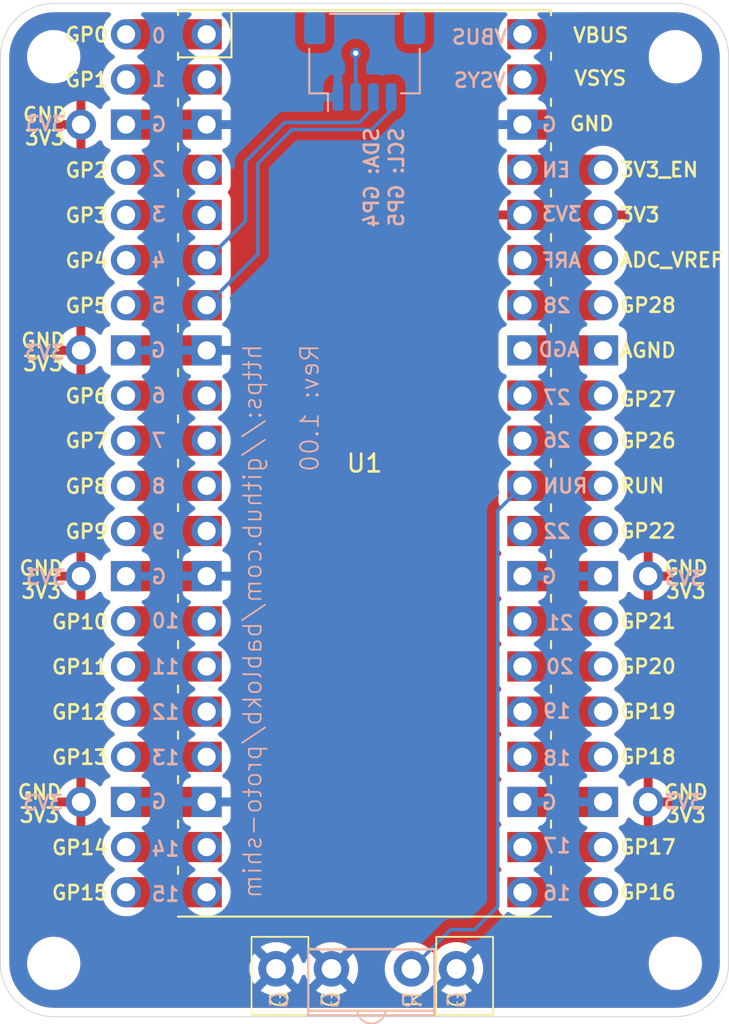
<source format=kicad_pcb>
(kicad_pcb (version 20221018) (generator pcbnew)
  (layers (0 "F.Cu" signal) (31 "B.Cu" signal) (34 "B.Paste" user) (35 "F.Paste" user) (36 "B.SilkS" user "B.Silkscreen") (37 "F.SilkS" user "F.Silkscreen") (38 "B.Mask" user) (39 "F.Mask" user) (44 "Edge.Cuts" user))
  (net 0 "")
  (net 1 "/SCL")
  (net 2 "/SDA")
  (net 3 "/3V3")
  (net 4 "GND")
  (net 5 "/RUN")
  (footprint "MountingHole:MountingHole_2.5mm" (layer "F.Cu") (at 188 103)
    (fp_text reference "H3" hide)
    (fp_text value "MountingHole" hide)
    (pad "" np_thru_hole circle (at 0 0) (size 2.5 2.5) (drill 2.5) (layers "*.Cu" "*.Mask"))
  )
  (footprint "MountingHole:MountingHole_2.5mm" (layer "F.Cu") (at 153 154)
    (fp_text reference "H2" hide)
    (fp_text value "MountingHole" hide)
    (pad "" np_thru_hole circle (at 0 0) (size 2.5 2.5) (drill 2.5) (layers "*.Cu" "*.Mask"))
  )
  (footprint "user:SW_PUSH_1x_6mm" (layer "F.Cu") (at 168.6375 154.308846 90)
    (fp_text reference "SW1" hide)
    (fp_text value "SW_RST" hide)
    (fp_line (start -2.624332 -1.31) (end 1.075668 -1.31) (stroke (width 0.12)) (layer "B.SilkS"))
    (fp_line (start -2.624332 5.79) (end -2.624332 -1.31) (stroke (width 0.12)) (layer "B.SilkS"))
    (fp_line (start -2.36 5.79) (end -2.36 -1.31) (stroke (width 0.12)) (layer "B.SilkS"))
    (fp_line (start 1.075668 5.79) (end -2.624332 5.79) (stroke (width 0.12)) (layer "B.SilkS"))
    (fp_line (start 1.085668 5.79) (end 1.085668 -1.31) (stroke (width 0.12)) (layer "B.SilkS"))
    (fp_arc (start -2.404332 3.041308) (mid -3.08227 2.256634) (end -2.42 1.458691) (stroke (width 0.1)) (layer "B.SilkS"))
    (fp_line (start -2.6 -1.3) (end -2.6 5.8) (stroke (width 0.12)) (layer "F.SilkS"))
    (fp_line (start -2.6 5.8) (end 1.1 5.8) (stroke (width 0.12)) (layer "F.SilkS"))
    (fp_line (start -2.335668 -1.3) (end -2.335668 5.8) (stroke (width 0.12)) (layer "F.SilkS"))
    (fp_line (start 1.1 -1.3) (end -2.6 -1.3) (stroke (width 0.12)) (layer "F.SilkS"))
    (fp_line (start 1.11 -1.3) (end 1.11 5.8) (stroke (width 0.12)) (layer "F.SilkS"))
    (fp_rect (start -2.6 -1.3) (end 1.8 -4.5) (stroke (width 0.1)) (fill none) (layer "F.SilkS"))
    (fp_rect (start -2.6 9.1) (end 1.8 5.9) (stroke (width 0.1)) (fill none) (layer "F.SilkS"))
    (fp_arc (start -2.395668 3.041308) (mid -3.057938 2.243365) (end -2.38 1.458691) (stroke (width 0.1)) (layer "F.SilkS"))
    (pad "1" thru_hole circle (at 0 -3.12 180) (size 2 2) (drill 1.1) (layers "*.Cu" "*.Mask") (net 4 "GND"))
    (pad "1" thru_hole circle (at 0 0 180) (size 2 2) (drill 1.1) (layers "*.Cu" "*.Mask") (net 4 "GND"))
    (pad "1" thru_hole circle (at 0 7.04 180) (size 2 2) (drill 1.1) (layers "*.Cu" "*.Mask") (net 4 "GND"))
    (pad "2" thru_hole circle (at 0 4.5 180) (size 2 2) (drill 1.1) (layers "*.Cu" "*.Mask") (net 5 "/RUN"))
  )
  (footprint "MountingHole:MountingHole_2.5mm" (layer "F.Cu") (at 188 154)
    (fp_text reference "H4" hide)
    (fp_text value "MountingHole" hide)
    (pad "" np_thru_hole circle (at 0 0) (size 2.5 2.5) (drill 2.5) (layers "*.Cu" "*.Mask"))
  )
  (footprint "MountingHole:MountingHole_2.5mm" (layer "F.Cu") (at 153 103)
    (fp_text reference "H1" hide)
    (fp_text value "MountingHole" hide)
    (pad "" np_thru_hole circle (at 0 0) (size 2.5 2.5) (drill 2.5) (layers "*.Cu" "*.Mask"))
  )
  (footprint "user:RPi_Pico_SMD_TH_extended" (layer "F.Cu") (at 170.5 125.87)
    (fp_text reference "U1" (at 0 0) (layer "F.SilkS"))
    (fp_text value "Pico_nodbg" hide)
    (fp_text user "3" (at -11.590953 -14) (layer "B.SilkS") (effects (font (size 0.8 0.8)) (justify mirror)))
    (fp_text user "9" (at -11.590953 3.86) (layer "B.SilkS") (effects (font (size 0.8 0.8)) (justify mirror)))
    (fp_text user "27" (at 10.83 -3.7) (layer "B.SilkS") (effects (font (size 0.8 0.8)) (justify mirror)))
    (fp_text user "2" (at -11.590953 -16.55) (layer "B.SilkS") (effects (font (size 0.8 0.8)) (justify mirror)))
    (fp_text user "13" (at -11.21 16.56) (layer "B.SilkS") (effects (font (size 0.8 0.8)) (justify mirror)))
    (fp_text user "G" (at 10.405238 6.36) (layer "B.SilkS") (effects (font (size 0.8 0.8)) (justify mirror)))
    (fp_text user "3V3" (at 18.02 6.48) (layer "B.SilkS") (effects (font (size 0.8 0.8)) (justify mirror)))
    (fp_text user "3V3" (at -18.1 19.1) (layer "B.SilkS") (effects (font (size 0.8 0.8)) (justify mirror)))
    (fp_text user "1" (at -11.590953 -21.6) (layer "B.SilkS") (effects (font (size 0.8 0.8)) (justify mirror)))
    (fp_text user "3V3" (at -18.01 -6.23) (layer "B.SilkS") (effects (font (size 0.8 0.8)) (justify mirror)))
    (fp_text user "3V3" (at -17.96 -19.08) (layer "B.SilkS") (effects (font (size 0.8 0.8)) (justify mirror)))
    (fp_text user "G" (at -11.61 -6.36) (layer "B.SilkS") (effects (font (size 0.8 0.8)) (justify mirror)))
    (fp_text user "G" (at -11.571905 -19.06) (layer "B.SilkS") (effects (font (size 0.8 0.8)) (justify mirror)))
    (fp_text user "19" (at 10.83 13.94) (layer "B.SilkS") (effects (font (size 0.8 0.8)) (justify mirror)))
    (fp_text user "8" (at -11.590953 1.29) (layer "B.SilkS") (effects (font (size 0.8 0.8)) (justify mirror)))
    (fp_text user "3V3" (at -17.94 6.42) (layer "B.SilkS") (effects (font (size 0.8 0.8)) (justify mirror)))
    (fp_text user "G" (at -11.571905 19.03) (layer "B.SilkS") (effects (font (size 0.8 0.8)) (justify mirror)))
    (fp_text user "20" (at 11 11.44) (layer "B.SilkS") (effects (font (size 0.8 0.8)) (justify mirror)))
    (fp_text user "17" (at 10.83 21.52) (layer "B.SilkS") (effects (font (size 0.8 0.8)) (justify mirror)))
    (fp_text user "16" (at 10.83 24.18) (layer "B.SilkS") (effects (font (size 0.8 0.8)) (justify mirror)))
    (fp_text user "G" (at -11.571905 6.38) (layer "B.SilkS") (effects (font (size 0.8 0.8)) (justify mirror)))
    (fp_text user "3V3" (at 17.96 19.05) (layer "B.SilkS") (effects (font (size 0.8 0.8)) (justify mirror)))
    (fp_text user "0" (at -11.590953 -24.04) (layer "B.SilkS") (effects (font (size 0.8 0.8)) (justify mirror)))
    (fp_text user "RUN" (at 11.30619 1.28) (layer "B.SilkS") (effects (font (size 0.8 0.8)) (justify mirror)))
    (fp_text user "12" (at -11.21 14) (layer "B.SilkS") (effects (font (size 0.8 0.8)) (justify mirror)))
    (fp_text user "5" (at -11.590953 -8.89) (layer "B.SilkS") (effects (font (size 0.8 0.8)) (justify mirror)))
    (fp_text user "VSYS" (at 6.49 -21.54) (layer "B.SilkS") (effects (font (size 0.8 0.8)) (justify mirror)))
    (fp_text user "22" (at 10.83 3.83) (layer "B.SilkS") (effects (font (size 0.8 0.8)) (justify mirror)))
    (fp_text user "18" (at 10.83 16.59) (layer "B.SilkS") (effects (font (size 0.8 0.8)) (justify mirror)))
    (fp_text user "VBUS" (at 6.47 -23.97) (layer "B.SilkS") (effects (font (size 0.8 0.8)) (justify mirror)))
    (fp_text user "14" (at -11.21 21.7) (layer "B.SilkS") (effects (font (size 0.8 0.8)) (justify mirror)))
    (fp_text user "EN" (at 10.78619 -16.5) (layer "B.SilkS") (effects (font (size 0.8 0.8)) (justify mirror)))
    (fp_text user "AGD" (at 10.95 -6.39) (layer "B.SilkS") (effects (font (size 0.8 0.8)) (justify mirror)))
    (fp_text user "10" (at -11.21 8.86) (layer "B.SilkS") (effects (font (size 0.8 0.8)) (justify mirror)))
    (fp_text user "26" (at 10.83 -1.3) (layer "B.SilkS") (effects (font (size 0.8 0.8)) (justify mirror)))
    (fp_text user "7" (at -11.590953 -1.27) (layer "B.SilkS") (effects (font (size 0.8 0.8)) (justify mirror)))
    (fp_text user "11" (at -11.21 11.45) (layer "B.SilkS") (effects (font (size 0.8 0.8)) (justify mirror)))
    (fp_text user "21" (at 11 8.98) (layer "B.SilkS") (effects (font (size 0.8 0.8)) (justify mirror)))
    (fp_text user "3V3" (at 11.11 -14.02) (layer "B.SilkS") (effects (font (size 0.8 0.8)) (justify mirror)))
    (fp_text user "4" (at -11.590953 -11.42) (layer "B.SilkS") (effects (font (size 0.8 0.8)) (justify mirror)))
    (fp_text user "G" (at 10.405238 -19.05) (layer "B.SilkS") (effects (font (size 0.8 0.8)) (justify mirror)))
    (fp_text user "6" (at -11.590953 -3.81) (layer "B.SilkS") (effects (font (size 0.8 0.8)) (justify mirror)))
    (fp_text user "28" (at 10.83 -8.87) (layer "B.SilkS") (effects (font (size 0.8 0.8)) (justify mirror)))
    (fp_text user "15" (at -11.21 24.24) (layer "B.SilkS") (effects (font (size 0.8 0.8)) (justify mirror)))
    (fp_text user "G" (at 10.405238 19.08) (layer "B.SilkS") (effects (font (size 0.8 0.8)) (justify mirror)))
    (fp_text user "ARF" (at 11.090952 -11.41) (layer "B.SilkS") (effects (font (size 0.8 0.8)) (justify mirror)))
    (fp_text user "GP21" (at 15.954 8.89) (layer "F.SilkS") (effects (font (size 0.8 0.8))))
    (fp_text user "GP17" (at 15.954 21.59) (layer "F.SilkS") (effects (font (size 0.8 0.8))))
    (fp_text user "GND" (at 18.1 5.9) (layer "F.SilkS") (effects (font (size 0.8 0.8))))
    (fp_text user "GP0" (at -15.646 -24.1) (layer "F.SilkS") (effects (font (size 0.8 0.8))))
    (fp_text user "GP5" (at -15.646 -8.86) (layer "F.SilkS") (effects (font (size 0.8 0.8))))
    (fp_text user "3V3" (at -18.3 19.8) (layer "F.SilkS") (effects (font (size 0.8 0.8))))
    (fp_text user "VBUS" (at 13.3 -24.08) (layer "F.SilkS") (effects (font (size 0.8 0.8))))
    (fp_text user "GP18" (at 15.954 16.51) (layer "F.SilkS") (effects (font (size 0.8 0.8))))
    (fp_text user "GP11" (at -16.026952 11.46) (layer "F.SilkS") (effects (font (size 0.8 0.8))))
    (fp_text user "GP3" (at -15.646 -13.94) (layer "F.SilkS") (effects (font (size 0.8 0.8))))
    (fp_text user "GP6" (at -15.646 -3.78) (layer "F.SilkS") (effects (font (size 0.8 0.8))))
    (fp_text user "3V3" (at -18.2 7.2) (layer "F.SilkS") (effects (font (size 0.8 0.8))))
    (fp_text user "GP7" (at -15.646 -1.27) (layer "F.SilkS") (effects (font (size 0.8 0.8))))
    (fp_text user "GND" (at -18.1 -6.9) (layer "F.SilkS") (effects (font (size 0.8 0.8))))
    (fp_text user "GP1" (at -15.646 -21.57) (layer "F.SilkS") (effects (font (size 0.8 0.8))))
    (fp_text user "3V3" (at 18.1 7.2) (layer "F.SilkS") (effects (font (size 0.8 0.8))))
    (fp_text user "GP14" (at -16.026952 21.62) (layer "F.SilkS") (effects (font (size 0.8 0.8))))
    (fp_text user "GP13" (at -16.026952 16.54) (layer "F.SilkS") (effects (font (size 0.8 0.8))))
    (fp_text user "ADC_VREF" (at 17.287333 -11.43) (layer "F.SilkS") (effects (font (size 0.8 0.8))))
    (fp_text user "GP27" (at 15.954 -3.6) (layer "F.SilkS") (effects (font (size 0.8 0.8))))
    (fp_text user "GP15" (at -16.026952 24.16) (layer "F.SilkS") (effects (font (size 0.8 0.8))))
    (fp_text user "GP19" (at 15.954 13.97) (layer "F.SilkS") (effects (font (size 0.8 0.8))))
    (fp_text user "RUN" (at 15.63019 1.27) (layer "F.SilkS") (effects (font (size 0.8 0.8))))
    (fp_text user "GP22" (at 15.954 3.81) (layer "F.SilkS") (effects (font (size 0.8 0.8))))
    (fp_text user "3V3" (at -18.1 -5.6) (layer "F.SilkS") (effects (font (size 0.8 0.8))))
    (fp_text user "GP8" (at -15.646 1.3) (layer "F.SilkS") (effects (font (size 0.8 0.8))))
    (fp_text user "3V3_EN" (at 16.582571 -16.51) (layer "F.SilkS") (effects (font (size 0.8 0.8))))
    (fp_text user "GP9" (at -15.646 3.84) (layer "F.SilkS") (effects (font (size 0.8 0.8))))
    (fp_text user "GP26" (at 15.954 -1.27) (layer "F.SilkS") (effects (font (size 0.8 0.8))))
    (fp_text user "3V3" (at 18.1 19.8) (layer "F.SilkS") (effects (font (size 0.8 0.8))))
    (fp_text user "GP20" (at 15.954 11.43) (layer "F.SilkS") (effects (font (size 0.8 0.8))))
    (fp_text user "3V3" (at 15.496857 -13.97) (layer "F.SilkS") (effects (font (size 0.8 0.8))))
    (fp_text user "GP16" (at 15.954 24.13) (layer "F.SilkS") (effects (font (size 0.8 0.8))))
    (fp_text user "GND" (at 12.8 -19.1) (layer "F.SilkS") (effects (font (size 0.8 0.8))))
    (fp_text user "GND" (at -18.2 5.9) (layer "F.SilkS") (effects (font (size 0.8 0.8))))
    (fp_text user "GP28" (at 15.954 -8.89) (layer "F.SilkS") (effects (font (size 0.8 0.8))))
    (fp_text user "GP10" (at -16.026952 8.92) (layer "F.SilkS") (effects (font (size 0.8 0.8))))
    (fp_text user "3V3" (at -18 -18.3) (layer "F.SilkS") (effects (font (size 0.8 0.8))))
    (fp_text user "GP12" (at -16.026952 14) (layer "F.SilkS") (effects (font (size 0.8 0.8))))
    (fp_text user "GND" (at -18 -19.6) (layer "F.SilkS") (effects (font (size 0.8 0.8))))
    (fp_text user "AGND" (at 15.954 -6.35) (layer "F.SilkS") (effects (font (size 0.8 0.8))))
    (fp_text user "GND" (at -18.3 18.5) (layer "F.SilkS") (effects (font (size 0.8 0.8))))
    (fp_text user "GP4" (at -15.646 -11.4) (layer "F.SilkS") (effects (font (size 0.8 0.8))))
    (fp_text user "GP2" (at -15.646 -16.48) (layer "F.SilkS") (effects (font (size 0.8 0.8))))
    (fp_text user "VSYS" (at 13.28 -21.66) (layer "F.SilkS") (effects (font (size 0.8 0.8))))
    (fp_text user "GND" (at 18.1 18.5) (layer "F.SilkS") (effects (font (size 0.8 0.8))))
    (fp_line (start -10.5 -25.5) (end -10.5 -25.2) (stroke (width 0.12)) (layer "F.SilkS"))
    (fp_line (start -10.5 -25.5) (end 10.5 -25.5) (stroke (width 0.12)) (layer "F.SilkS"))
    (fp_line (start -10.5 -23.1) (end -10.5 -22.7) (stroke (width 0.12)) (layer "F.SilkS"))
    (fp_line (start -10.5 -22.833) (end -7.493 -22.833) (stroke (width 0.12)) (layer "F.SilkS"))
    (fp_line (start -10.5 -20.5) (end -10.5 -20.1) (stroke (width 0.12)) (layer "F.SilkS"))
    (fp_line (start -10.5 -18) (end -10.5 -17.6) (stroke (width 0.12)) (layer "F.SilkS"))
    (fp_line (start -10.5 -15.4) (end -10.5 -15) (stroke (width 0.12)) (layer "F.SilkS"))
    (fp_line (start -10.5 -12.9) (end -10.5 -12.5) (stroke (width 0.12)) (layer "F.SilkS"))
    (fp_line (start -10.5 -10.4) (end -10.5 -10) (stroke (width 0.12)) (layer "F.SilkS"))
    (fp_line (start -10.5 -7.8) (end -10.5 -7.4) (stroke (width 0.12)) (layer "F.SilkS"))
    (fp_line (start -10.5 -5.3) (end -10.5 -4.9) (stroke (width 0.12)) (layer "F.SilkS"))
    (fp_line (start -10.5 -2.7) (end -10.5 -2.3) (stroke (width 0.12)) (layer "F.SilkS"))
    (fp_line (start -10.5 -0.2) (end -10.5 0.2) (stroke (width 0.12)) (layer "F.SilkS"))
    (fp_line (start -10.5 2.3) (end -10.5 2.7) (stroke (width 0.12)) (layer "F.SilkS"))
    (fp_line (start -10.5 4.9) (end -10.5 5.3) (stroke (width 0.12)) (layer "F.SilkS"))
    (fp_line (start -10.5 7.4) (end -10.5 7.8) (stroke (width 0.12)) (layer "F.SilkS"))
    (fp_line (start -10.5 10) (end -10.5 10.4) (stroke (width 0.12)) (layer "F.SilkS"))
    (fp_line (start -10.5 12.5) (end -10.5 12.9) (stroke (width 0.12)) (layer "F.SilkS"))
    (fp_line (start -10.5 15.1) (end -10.5 15.5) (stroke (width 0.12)) (layer "F.SilkS"))
    (fp_line (start -10.5 17.6) (end -10.5 18) (stroke (width 0.12)) (layer "F.SilkS"))
    (fp_line (start -10.5 20.1) (end -10.5 20.5) (stroke (width 0.12)) (layer "F.SilkS"))
    (fp_line (start -10.5 22.7) (end -10.5 23.1) (stroke (width 0.12)) (layer "F.SilkS"))
    (fp_line (start -7.493 -22.833) (end -7.493 -25.5) (stroke (width 0.12)) (layer "F.SilkS"))
    (fp_line (start 3.7 25.5) (end -10.5 25.5) (stroke (width 0.12)) (layer "F.SilkS"))
    (fp_line (start 10.5 -25.5) (end 10.5 -25.2) (stroke (width 0.12)) (layer "F.SilkS"))
    (fp_line (start 10.5 -23.1) (end 10.5 -22.7) (stroke (width 0.12)) (layer "F.SilkS"))
    (fp_line (start 10.5 -20.5) (end 10.5 -20.1) (stroke (width 0.12)) (layer "F.SilkS"))
    (fp_line (start 10.5 -18) (end 10.5 -17.6) (stroke (width 0.12)) (layer "F.SilkS"))
    (fp_line (start 10.5 -15.4) (end 10.5 -15) (stroke (width 0.12)) (layer "F.SilkS"))
    (fp_line (start 10.5 -12.9) (end 10.5 -12.5) (stroke (width 0.12)) (layer "F.SilkS"))
    (fp_line (start 10.5 -10.4) (end 10.5 -10) (stroke (width 0.12)) (layer "F.SilkS"))
    (fp_line (start 10.5 -7.8) (end 10.5 -7.4) (stroke (width 0.12)) (layer "F.SilkS"))
    (fp_line (start 10.5 -5.3) (end 10.5 -4.9) (stroke (width 0.12)) (layer "F.SilkS"))
    (fp_line (start 10.5 -2.7) (end 10.5 -2.3) (stroke (width 0.12)) (layer "F.SilkS"))
    (fp_line (start 10.5 -0.2) (end 10.5 0.2) (stroke (width 0.12)) (layer "F.SilkS"))
    (fp_line (start 10.5 2.3) (end 10.5 2.7) (stroke (width 0.12)) (layer "F.SilkS"))
    (fp_line (start 10.5 4.9) (end 10.5 5.3) (stroke (width 0.12)) (layer "F.SilkS"))
    (fp_line (start 10.5 7.4) (end 10.5 7.8) (stroke (width 0.12)) (layer "F.SilkS"))
    (fp_line (start 10.5 10) (end 10.5 10.4) (stroke (width 0.12)) (layer "F.SilkS"))
    (fp_line (start 10.5 12.5) (end 10.5 12.9) (stroke (width 0.12)) (layer "F.SilkS"))
    (fp_line (start 10.5 15.1) (end 10.5 15.5) (stroke (width 0.12)) (layer "F.SilkS"))
    (fp_line (start 10.5 17.6) (end 10.5 18) (stroke (width 0.12)) (layer "F.SilkS"))
    (fp_line (start 10.5 20.1) (end 10.5 20.5) (stroke (width 0.12)) (layer "F.SilkS"))
    (fp_line (start 10.5 22.7) (end 10.5 23.1) (stroke (width 0.12)) (layer "F.SilkS"))
    (fp_line (start 10.5 25.5) (end 3.7 25.5) (stroke (width 0.12)) (layer "F.SilkS"))
    (pad "1" thru_hole oval (at -13.43 -24.13) (size 1.7 1.7) (drill 1.02) (layers "*.Cu" "*.Mask"))
    (pad "1" thru_hole oval (at -8.89 -24.13) (size 1.7 1.7) (drill 1.02) (layers "*.Cu" "*.Mask"))
    (pad "1" smd rect (at -8.89 -24.13) (size 5.39 1.7) (drill (offset -1.845 0)) (layers "F.Cu" "F.Mask"))
    (pad "2" thru_hole oval (at -13.43 -21.59) (size 1.7 1.7) (drill 1.02) (layers "*.Cu" "*.Mask"))
    (pad "2" thru_hole oval (at -8.89 -21.59) (size 1.7 1.7) (drill 1.02) (layers "*.Cu" "*.Mask"))
    (pad "2" smd rect (at -8.89 -21.59) (size 5.39 1.7) (drill (offset -1.845 0)) (layers "F.Cu" "F.Mask"))
    (pad "3" thru_hole rect (at -13.43 -19.05) (size 1.7 1.7) (drill 1.02) (layers "*.Cu" "*.Mask") (net 4 "GND"))
    (pad "3" thru_hole rect (at -8.89 -19.05) (size 1.7 1.7) (drill 1.02) (layers "*.Cu" "*.Mask") (net 4 "GND"))
    (pad "3" smd rect (at -8.89 -19.05) (size 5.39 1.7) (drill (offset -1.845 0)) (layers "F.Cu" "F.Mask") (net 4 "GND"))
    (pad "4" thru_hole oval (at -13.43 -16.51) (size 1.7 1.7) (drill 1.02) (layers "*.Cu" "*.Mask"))
    (pad "4" thru_hole oval (at -8.89 -16.51) (size 1.7 1.7) (drill 1.02) (layers "*.Cu" "*.Mask"))
    (pad "4" smd rect (at -8.89 -16.51) (size 5.39 1.7) (drill (offset -1.845 0)) (layers "F.Cu" "F.Mask"))
    (pad "5" thru_hole oval (at -13.43 -13.97) (size 1.7 1.7) (drill 1.02) (layers "*.Cu" "*.Mask"))
    (pad "5" thru_hole oval (at -8.89 -13.97) (size 1.7 1.7) (drill 1.02) (layers "*.Cu" "*.Mask"))
    (pad "5" smd rect (at -8.89 -13.97) (size 5.39 1.7) (drill (offset -1.845 0)) (layers "F.Cu" "F.Mask"))
    (pad "6" thru_hole oval (at -13.43 -11.43) (size 1.7 1.7) (drill 1.02) (layers "*.Cu" "*.Mask") (net 2 "/SDA"))
    (pad "6" thru_hole oval (at -8.89 -11.43) (size 1.7 1.7) (drill 1.02) (layers "*.Cu" "*.Mask") (net 2 "/SDA"))
    (pad "6" smd rect (at -8.89 -11.43) (size 5.39 1.7) (drill (offset -1.845 0)) (layers "F.Cu" "F.Mask") (net 2 "/SDA"))
    (pad "7" thru_hole oval (at -13.43 -8.89) (size 1.7 1.7) (drill 1.02) (layers "*.Cu" "*.Mask") (net 1 "/SCL"))
    (pad "7" thru_hole oval (at -8.89 -8.89) (size 1.7 1.7) (drill 1.02) (layers "*.Cu" "*.Mask") (net 1 "/SCL"))
    (pad "7" smd rect (at -8.89 -8.89) (size 5.39 1.7) (drill (offset -1.845 0)) (layers "F.Cu" "F.Mask") (net 1 "/SCL"))
    (pad "8" thru_hole rect (at -13.43 -6.35) (size 1.7 1.7) (drill 1.02) (layers "*.Cu" "*.Mask") (net 4 "GND"))
    (pad "8" thru_hole rect (at -8.89 -6.35) (size 1.7 1.7) (drill 1.02) (layers "*.Cu" "*.Mask") (net 4 "GND"))
    (pad "8" smd rect (at -8.89 -6.35) (size 5.39 1.7) (drill (offset -1.845 0)) (layers "F.Cu" "F.Mask") (net 4 "GND"))
    (pad "9" thru_hole oval (at -13.43 -3.81) (size 1.7 1.7) (drill 1.02) (layers "*.Cu" "*.Mask"))
    (pad "9" thru_hole oval (at -8.89 -3.81) (size 1.7 1.7) (drill 1.02) (layers "*.Cu" "*.Mask"))
    (pad "9" smd rect (at -8.89 -3.81) (size 5.39 1.7) (drill (offset -1.845 0)) (layers "F.Cu" "F.Mask"))
    (pad "10" thru_hole oval (at -13.43 -1.27) (size 1.7 1.7) (drill 1.02) (layers "*.Cu" "*.Mask"))
    (pad "10" thru_hole oval (at -8.89 -1.27) (size 1.7 1.7) (drill 1.02) (layers "*.Cu" "*.Mask"))
    (pad "10" smd rect (at -8.89 -1.27) (size 5.39 1.7) (drill (offset -1.845 0)) (layers "F.Cu" "F.Mask"))
    (pad "11" thru_hole oval (at -13.43 1.27) (size 1.7 1.7) (drill 1.02) (layers "*.Cu" "*.Mask"))
    (pad "11" thru_hole oval (at -8.89 1.27) (size 1.7 1.7) (drill 1.02) (layers "*.Cu" "*.Mask"))
    (pad "11" smd rect (at -8.89 1.27) (size 5.39 1.7) (drill (offset -1.845 0)) (layers "F.Cu" "F.Mask"))
    (pad "12" thru_hole oval (at -13.43 3.81) (size 1.7 1.7) (drill 1.02) (layers "*.Cu" "*.Mask"))
    (pad "12" thru_hole oval (at -8.89 3.81) (size 1.7 1.7) (drill 1.02) (layers "*.Cu" "*.Mask"))
    (pad "12" smd rect (at -8.89 3.81) (size 5.39 1.7) (drill (offset -1.845 0)) (layers "F.Cu" "F.Mask"))
    (pad "13" thru_hole rect (at -13.43 6.35) (size 1.7 1.7) (drill 1.02) (layers "*.Cu" "*.Mask") (net 4 "GND"))
    (pad "13" thru_hole rect (at -8.89 6.35) (size 1.7 1.7) (drill 1.02) (layers "*.Cu" "*.Mask") (net 4 "GND"))
    (pad "13" smd rect (at -8.89 6.35) (size 5.39 1.7) (drill (offset -1.845 0)) (layers "F.Cu" "F.Mask") (net 4 "GND"))
    (pad "14" thru_hole oval (at -13.43 8.89) (size 1.7 1.7) (drill 1.02) (layers "*.Cu" "*.Mask"))
    (pad "14" thru_hole oval (at -8.89 8.89) (size 1.7 1.7) (drill 1.02) (layers "*.Cu" "*.Mask"))
    (pad "14" smd rect (at -8.89 8.89) (size 5.39 1.7) (drill (offset -1.845 0)) (layers "F.Cu" "F.Mask"))
    (pad "15" thru_hole oval (at -13.43 11.43) (size 1.7 1.7) (drill 1.02) (layers "*.Cu" "*.Mask"))
    (pad "15" thru_hole oval (at -8.89 11.43) (size 1.7 1.7) (drill 1.02) (layers "*.Cu" "*.Mask"))
    (pad "15" smd rect (at -8.89 11.43) (size 5.39 1.7) (drill (offset -1.845 0)) (layers "F.Cu" "F.Mask"))
    (pad "16" thru_hole oval (at -13.43 13.97) (size 1.7 1.7) (drill 1.02) (layers "*.Cu" "*.Mask"))
    (pad "16" thru_hole oval (at -8.89 13.97) (size 1.7 1.7) (drill 1.02) (layers "*.Cu" "*.Mask"))
    (pad "16" smd rect (at -8.89 13.97) (size 5.39 1.7) (drill (offset -1.845 0)) (layers "F.Cu" "F.Mask"))
    (pad "17" thru_hole oval (at -13.43 16.51) (size 1.7 1.7) (drill 1.02) (layers "*.Cu" "*.Mask"))
    (pad "17" thru_hole oval (at -8.89 16.51) (size 1.7 1.7) (drill 1.02) (layers "*.Cu" "*.Mask"))
    (pad "17" smd rect (at -8.89 16.51) (size 5.39 1.7) (drill (offset -1.845 0)) (layers "F.Cu" "F.Mask"))
    (pad "18" thru_hole rect (at -13.43 19.05) (size 1.7 1.7) (drill 1.02) (layers "*.Cu" "*.Mask") (net 4 "GND"))
    (pad "18" thru_hole rect (at -8.89 19.05) (size 1.7 1.7) (drill 1.02) (layers "*.Cu" "*.Mask") (net 4 "GND"))
    (pad "18" smd rect (at -8.89 19.05) (size 5.39 1.7) (drill (offset -1.845 0)) (layers "F.Cu" "F.Mask") (net 4 "GND"))
    (pad "19" thru_hole oval (at -13.43 21.59) (size 1.7 1.7) (drill 1.02) (layers "*.Cu" "*.Mask"))
    (pad "19" thru_hole oval (at -8.89 21.59) (size 1.7 1.7) (drill 1.02) (layers "*.Cu" "*.Mask"))
    (pad "19" smd rect (at -8.89 21.59) (size 5.39 1.7) (drill (offset -1.845 0)) (layers "F.Cu" "F.Mask"))
    (pad "20" thru_hole oval (at -13.43 24.13) (size 1.7 1.7) (drill 1.02) (layers "*.Cu" "*.Mask"))
    (pad "20" thru_hole oval (at -8.89 24.13) (size 1.7 1.7) (drill 1.02) (layers "*.Cu" "*.Mask"))
    (pad "20" smd rect (at -8.89 24.13) (size 5.39 1.7) (drill (offset -1.845 0)) (layers "F.Cu" "F.Mask"))
    (pad "21" thru_hole oval (at 8.89 24.13) (size 1.7 1.7) (drill 1.02) (layers "*.Cu" "*.Mask"))
    (pad "21" smd rect (at 8.89 24.13) (size 5.39 1.7) (drill (offset 1.845 0)) (layers "F.Cu" "F.Mask"))
    (pad "21" thru_hole oval (at 13.43 24.13) (size 1.7 1.7) (drill 1.02) (layers "*.Cu" "*.Mask"))
    (pad "22" thru_hole oval (at 8.89 21.59) (size 1.7 1.7) (drill 1.02) (layers "*.Cu" "*.Mask"))
    (pad "22" smd rect (at 8.89 21.59) (size 5.39 1.7) (drill (offset 1.845 0)) (layers "F.Cu" "F.Mask"))
    (pad "22" thru_hole oval (at 13.43 21.59) (size 1.7 1.7) (drill 1.02) (layers "*.Cu" "*.Mask"))
    (pad "23" thru_hole rect (at 8.89 19.05) (size 1.7 1.7) (drill 1.02) (layers "*.Cu" "*.Mask") (net 4 "GND"))
    (pad "23" smd rect (at 8.89 19.05) (size 5.39 1.7) (drill (offset 1.845 0)) (layers "F.Cu" "F.Mask") (net 4 "GND"))
    (pad "23" thru_hole rect (at 13.43 19.05) (size 1.7 1.7) (drill 1.02) (layers "*.Cu" "*.Mask") (net 4 "GND"))
    (pad "24" thru_hole oval (at 8.89 16.51) (size 1.7 1.7) (drill 1.02) (layers "*.Cu" "*.Mask"))
    (pad "24" smd rect (at 8.89 16.51) (size 5.39 1.7) (drill (offset 1.845 0)) (layers "F.Cu" "F.Mask"))
    (pad "24" thru_hole oval (at 13.43 16.51) (size 1.7 1.7) (drill 1.02) (layers "*.Cu" "*.Mask"))
    (pad "25" thru_hole oval (at 8.89 13.97) (size 1.7 1.7) (drill 1.02) (layers "*.Cu" "*.Mask"))
    (pad "25" smd rect (at 8.89 13.97) (size 5.39 1.7) (drill (offset 1.845 0)) (layers "F.Cu" "F.Mask"))
    (pad "25" thru_hole oval (at 13.43 13.97) (size 1.7 1.7) (drill 1.02) (layers "*.Cu" "*.Mask"))
    (pad "26" thru_hole oval (at 8.89 11.43) (size 1.7 1.7) (drill 1.02) (layers "*.Cu" "*.Mask"))
    (pad "26" smd rect (at 8.89 11.43) (size 5.39 1.7) (drill (offset 1.845 0)) (layers "F.Cu" "F.Mask"))
    (pad "26" thru_hole oval (at 13.43 11.43) (size 1.7 1.7) (drill 1.02) (layers "*.Cu" "*.Mask"))
    (pad "27" thru_hole oval (at 8.89 8.89) (size 1.7 1.7) (drill 1.02) (layers "*.Cu" "*.Mask"))
    (pad "27" smd rect (at 8.89 8.89) (size 5.39 1.7) (drill (offset 1.845 0)) (layers "F.Cu" "F.Mask"))
    (pad "27" thru_hole oval (at 13.43 8.89) (size 1.7 1.7) (drill 1.02) (layers "*.Cu" "*.Mask"))
    (pad "28" thru_hole rect (at 8.89 6.35) (size 1.7 1.7) (drill 1.02) (layers "*.Cu" "*.Mask") (net 4 "GND"))
    (pad "28" smd rect (at 8.89 6.35) (size 5.39 1.7) (drill (offset 1.845 0)) (layers "F.Cu" "F.Mask") (net 4 "GND"))
    (pad "28" thru_hole rect (at 13.43 6.35) (size 1.7 1.7) (drill 1.02) (layers "*.Cu" "*.Mask") (net 4 "GND"))
    (pad "29" thru_hole oval (at 8.89 3.81) (size 1.7 1.7) (drill 1.02) (layers "*.Cu" "*.Mask"))
    (pad "29" smd rect (at 8.89 3.81) (size 5.39 1.7) (drill (offset 1.845 0)) (layers "F.Cu" "F.Mask"))
    (pad "29" thru_hole oval (at 13.43 3.81) (size 1.7 1.7) (drill 1.02) (layers "*.Cu" "*.Mask"))
    (pad "30" thru_hole oval (at 8.89 1.27) (size 1.7 1.7) (drill 1.02) (layers "*.Cu" "*.Mask") (net 5 "/RUN"))
    (pad "30" smd rect (at 8.89 1.27) (size 5.39 1.7) (drill (offset 1.845 0)) (layers "F.Cu" "F.Mask") (net 5 "/RUN"))
    (pad "30" thru_hole oval (at 13.43 1.27) (size 1.7 1.7) (drill 1.02) (layers "*.Cu" "*.Mask") (net 5 "/RUN"))
    (pad "31" thru_hole oval (at 8.89 -1.27) (size 1.7 1.7) (drill 1.02) (layers "*.Cu" "*.Mask"))
    (pad "31" smd rect (at 8.89 -1.27) (size 5.39 1.7) (drill (offset 1.845 0)) (layers "F.Cu" "F.Mask"))
    (pad "31" thru_hole oval (at 13.43 -1.27) (size 1.7 1.7) (drill 1.02) (layers "*.Cu" "*.Mask"))
    (pad "32" thru_hole oval (at 8.89 -3.81) (size 1.7 1.7) (drill 1.02) (layers "*.Cu" "*.Mask"))
    (pad "32" smd rect (at 8.89 -3.81) (size 5.39 1.7) (drill (offset 1.845 0)) (layers "F.Cu" "F.Mask"))
    (pad "32" thru_hole oval (at 13.43 -3.81) (size 1.7 1.7) (drill 1.02) (layers "*.Cu" "*.Mask"))
    (pad "33" thru_hole rect (at 8.89 -6.35) (size 1.7 1.7) (drill 1.02) (layers "*.Cu" "*.Mask"))
    (pad "33" smd rect (at 8.89 -6.35) (size 5.39 1.7) (drill (offset 1.845 0)) (layers "F.Cu" "F.Mask"))
    (pad "33" thru_hole rect (at 13.43 -6.35) (size 1.7 1.7) (drill 1.02) (layers "*.Cu" "*.Mask"))
    (pad "34" thru_hole oval (at 8.89 -8.89) (size 1.7 1.7) (drill 1.02) (layers "*.Cu" "*.Mask"))
    (pad "34" smd rect (at 8.89 -8.89) (size 5.39 1.7) (drill (offset 1.845 0)) (layers "F.Cu" "F.Mask"))
    (pad "34" thru_hole oval (at 13.43 -8.89) (size 1.7 1.7) (drill 1.02) (layers "*.Cu" "*.Mask"))
    (pad "35" thru_hole oval (at 8.89 -11.43) (size 1.7 1.7) (drill 1.02) (layers "*.Cu" "*.Mask"))
    (pad "35" smd rect (at 8.89 -11.43) (size 5.39 1.7) (drill (offset 1.845 0)) (layers "F.Cu" "F.Mask"))
    (pad "35" thru_hole oval (at 13.43 -11.43) (size 1.7 1.7) (drill 1.02) (layers "*.Cu" "*.Mask"))
    (pad "36" thru_hole oval (at -15.97 -19.05) (size 1.7 1.7) (drill 1.02) (layers "*.Cu" "*.Mask") (net 3 "/3V3"))
    (pad "36" thru_hole oval (at -15.97 -6.35) (size 1.7 1.7) (drill 1.02) (layers "*.Cu" "*.Mask") (net 3 "/3V3"))
    (pad "36" thru_hole oval (at -15.97 6.35) (size 1.7 1.7) (drill 1.02) (layers "*.Cu" "*.Mask") (net 3 "/3V3"))
    (pad "36" thru_hole oval (at -15.97 19.05) (size 1.7 1.7) (drill 1.02) (layers "*.Cu" "*.Mask") (net 3 "/3V3"))
    (pad "36" thru_hole oval (at 8.89 -13.97) (size 1.7 1.7) (drill 1.02) (layers "*.Cu" "*.Mask") (net 3 "/3V3"))
    (pad "36" smd rect (at 8.89 -13.97) (size 5.39 1.7) (drill (offset 1.845 0)) (layers "F.Cu" "F.Mask") (net 3 "/3V3"))
    (pad "36" thru_hole oval (at 13.43 -13.97) (size 1.7 1.7) (drill 1.02) (layers "*.Cu" "*.Mask") (net 3 "/3V3"))
    (pad "36" thru_hole oval (at 15.97 6.35) (size 1.7 1.7) (drill 1.02) (layers "*.Cu" "*.Mask") (net 3 "/3V3"))
    (pad "36" thru_hole oval (at 15.97 19.05) (size 1.7 1.7) (drill 1.02) (layers "*.Cu" "*.Mask") (net 3 "/3V3"))
    (pad "37" thru_hole oval (at 8.89 -16.51) (size 1.7 1.7) (drill 1.02) (layers "*.Cu" "*.Mask"))
    (pad "37" smd rect (at 8.89 -16.51) (size 5.39 1.7) (drill (offset 1.845 0)) (layers "F.Cu" "F.Mask"))
    (pad "37" thru_hole oval (at 13.43 -16.51) (size 1.7 1.7) (drill 1.02) (layers "*.Cu" "*.Mask"))
    (pad "38" smd rect (at 8.04 -19.05) (size 3.5 1.7) (drill (offset 1.75 0)) (layers "F.Cu" "F.Mask") (net 4 "GND"))
    (pad "38" thru_hole rect (at 8.89 -19.05) (size 1.7 1.7) (drill 1.02) (layers "*.Cu" "*.Mask") (net 4 "GND"))
    (pad "39" smd rect (at 8.04 -21.59) (size 3.5 1.7) (drill (offset 1.75 0)) (layers "F.Cu" "F.Mask"))
    (pad "39" thru_hole oval (at 8.89 -21.59) (size 1.7 1.7) (drill 1.02) (layers "*.Cu" "*.Mask"))
    (pad "40" smd rect (at 8.04 -24.13) (size 3.5 1.7) (drill (offset 1.75 0)) (layers "F.Cu" "F.Mask"))
    (pad "40" thru_hole oval (at 8.89 -24.13) (size 1.7 1.7) (drill 1.02) (layers "*.Cu" "*.Mask"))
  )
  (footprint "user:JST_SH_SM04B-SRSS-TB_1x04-1MP_P1.00mm_Horizontal" (layer "B.Cu") (at 170.5 103.275)
    (fp_text reference "J1" hide)
    (fp_text value "Stemma-QT_Qwicc" hide)
    (fp_line (start -3.11 -0.715) (end -3.11 1.785) (stroke (width 0.12)) (layer "B.SilkS"))
    (fp_line (start -3.11 1.785) (end -2.06 1.785) (stroke (width 0.12)) (layer "B.SilkS"))
    (fp_line (start -2.06 1.785) (end -2.06 2.775) (stroke (width 0.12)) (layer "B.SilkS"))
    (fp_line (start -1.94 -2.685) (end 1.94 -2.685) (stroke (width 0.12)) (layer "B.SilkS"))
    (fp_line (start 3.11 -0.715) (end 3.11 1.785) (stroke (width 0.12)) (layer "B.SilkS"))
    (fp_line (start 3.11 1.785) (end 2.06 1.785) (stroke (width 0.12)) (layer "B.SilkS"))
    (pad "1" smd roundrect (at -1.5 2) (size 0.6 1.55) (layers "B.Cu" "B.Paste" "B.Mask") (net 4 "GND"))
    (pad "2" smd roundrect (at -0.5 2) (size 0.6 1.55) (layers "B.Cu" "B.Paste" "B.Mask") (net 3 "/3V3"))
    (pad "3" smd roundrect (at 0.5 2) (size 0.6 1.55) (layers "B.Cu" "B.Paste" "B.Mask") (net 2 "/SDA"))
    (pad "4" smd roundrect (at 1.5 2) (size 0.6 1.55) (layers "B.Cu" "B.Paste" "B.Mask") (net 1 "/SCL"))
    (pad "MP" smd roundrect (at -2.8 -1.875) (size 1.2 1.8) (layers "B.Cu" "B.Paste" "B.Mask") (roundrect_rratio 0.2083333333))
    (pad "MP" smd roundrect (at 2.8 -1.875) (size 1.2 1.8) (layers "B.Cu" "B.Paste" "B.Mask") (roundrect_rratio 0.2083333333))
  )
  (gr_arc (start 150 103) (mid 150.87868 100.87868) (end 153 100) (stroke (width 0.05)) (layer "Edge.Cuts"))
  (gr_line (start 153 100) (end 188 100) (stroke (width 0.05)) (layer "Edge.Cuts"))
  (gr_arc (start 188 100) (mid 190.12132 100.87868) (end 191 103) (stroke (width 0.05)) (layer "Edge.Cuts"))
  (gr_line (start 191 103) (end 191 154) (stroke (width 0.05)) (layer "Edge.Cuts"))
  (gr_line (start 150 103) (end 150 154) (stroke (width 0.05)) (layer "Edge.Cuts"))
  (gr_arc (start 191 154) (mid 190.12132 156.12132) (end 188 157) (stroke (width 0.05)) (layer "Edge.Cuts"))
  (gr_line (start 153 157) (end 188 157) (stroke (width 0.05)) (layer "Edge.Cuts"))
  (gr_arc (start 153 157) (mid 150.87868 156.12132) (end 150 154) (stroke (width 0.05)) (layer "Edge.Cuts"))
  (gr_text "G" (at 166.279 155.5 90) (layer "B.SilkS") (effects (font (size 1 1) (thickness 0.1)) (justify left bottom mirror)))
  (gr_text "https://github.com/bablokb/proto-shim\n\nRev: 1.00" (at 168 119.1 90) (layer "B.SilkS") (effects (font (size 1 1) (thickness 0.1)) (justify left bottom mirror)))
  (gr_text "SDA: GP4" (at 170.9 109.8 90) (layer "B.SilkS") (effects (font (size 0.8 0.8)) (justify mirror)))
  (gr_text "R" (at 173.779 155.5 90) (layer "B.SilkS") (effects (font (size 1 1) (thickness 0.1)) (justify left bottom mirror)))
  (gr_text "G" (at 176.279 155.5 90) (layer "B.SilkS") (effects (font (size 1 1) (thickness 0.1)) (justify left bottom mirror)))
  (gr_text "SCL: GP5" (at 172.3 109.780953 90) (layer "B.SilkS") (effects (font (size 0.8 0.8)) (justify mirror)))
  (gr_text "G" (at 169.179 155.5 90) (layer "B.SilkS") (effects (font (size 1 1) (thickness 0.1)) (justify left bottom mirror)))
  (gr_text "G" (at 166.3 156.6 90) (layer "F.SilkS") (effects (font (size 1 1) (thickness 0.1)) (justify left bottom)))
  (gr_text "G" (at 169.2 156.6 90) (layer "F.SilkS") (effects (font (size 1 1) (thickness 0.1)) (justify left bottom)))
  (gr_text "R" (at 173.8 156.6 90) (layer "F.SilkS") (effects (font (size 1 1) (thickness 0.1)) (justify left bottom)))
  (gr_text "G" (at 176.3 156.6 90) (layer "F.SilkS") (effects (font (size 1 1) (thickness 0.1)) (justify left bottom)))
  (segment (start 164.5 114.09) (end 161.61 116.98) (width 0.2) (layer "B.Cu") (net 1))
  (segment (start 166.4 107.1) (end 164.5 109) (width 0.2) (layer "B.Cu") (net 1))
  (segment (start 172 106) (end 170.9 107.1) (width 0.2) (layer "B.Cu") (net 1))
  (segment (start 164.5 109) (end 164.5 114.09) (width 0.2) (layer "B.Cu") (net 1))
  (segment (start 172 104.875) (end 172 106) (width 0.2) (layer "B.Cu") (net 1))
  (segment (start 170.9 107.1) (end 166.4 107.1) (width 0.2) (layer "B.Cu") (net 1))
  (segment (start 171 105.9) (end 171 104.875) (width 0.2) (layer "B.Cu") (net 2))
  (segment (start 163.8 108.9) (end 166 106.7) (width 0.2) (layer "B.Cu") (net 2))
  (segment (start 163.8 112.25) (end 163.8 108.9) (width 0.2) (layer "B.Cu") (net 2))
  (segment (start 161.61 114.44) (end 163.8 112.25) (width 0.2) (layer "B.Cu") (net 2))
  (segment (start 166 106.7) (end 170.2 106.7) (width 0.2) (layer "B.Cu") (net 2))
  (segment (start 170.2 106.7) (end 171 105.9) (width 0.2) (layer "B.Cu") (net 2))
  (via (at 170 102.8) (size 0.6) (drill 0.3) (layers "F.Cu" "B.Cu") (net 3))
  (segment (start 170 104.875) (end 170 102.8) (width 0.2) (layer "B.Cu") (net 3))
  (segment (start 178 150.8) (end 176.7 152.1) (width 0.2) (layer "B.Cu") (net 5))
  (segment (start 179.39 127.14) (end 178 128.53) (width 0.2) (layer "B.Cu") (net 5))
  (segment (start 176.7 152.1) (end 175.346346 152.1) (width 0.2) (layer "B.Cu") (net 5))
  (segment (start 178 128.53) (end 178 150.8) (width 0.2) (layer "B.Cu") (net 5))
  (segment (start 175.346346 152.1) (end 173.1375 154.308846) (width 0.2) (layer "B.Cu") (net 5))
  (zone (net 3) (net_name "/3V3") (layer "F.Cu") (connect_pads (clearance 0.5)) (min_thickness 0.25) (fill yes (thermal_gap 0.5) (thermal_bridge_width 0.5))
    (polygon (pts (xy 150 99.9) (xy 191 100) (xy 191 157) (xy 150.1 157)))
  )
  (zone (net 4) (net_name "GND") (layer "B.Cu") (priority 1) (connect_pads (clearance 0.5)) (min_thickness 0.25) (fill yes (thermal_gap 0.5) (thermal_bridge_width 0.5))
    (polygon (pts (xy 150 99.9) (xy 191 100) (xy 191 157) (xy 150.1 157)))
  )
)
</source>
